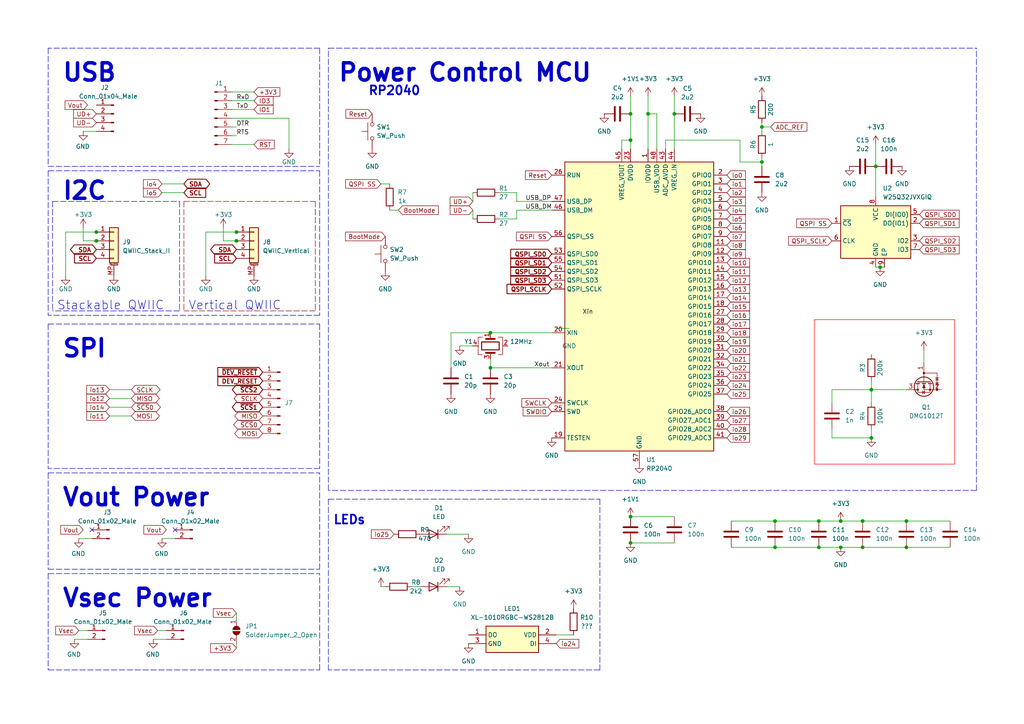
<source format=kicad_sch>
(kicad_sch (version 20211123) (generator eeschema)
  (paper "A4")
  (title_block (title "RP2040") (rev "0.2.1") (company "The Nerd Mage") (comment 2 "Massively a WIP!"))
  (lib_symbols
    (symbol "Connector:Conn_01x02_Male" (pin_names (offset 1.016) hide)
      (property "Reference" "J" (at 0 2.54 0))
      (property "Value" "Conn_01x02_Male" (at 0 -5.08 0))
      (symbol "Conn_01x02_Male_1_1"
        (pin passive line (at 5.08 0 180) (length 3.81) (name "Pin_1") (number "1"))
        (pin passive line (at 5.08 -2.54 180) (length 3.81) (name "Pin_2") (number "2"))
      )
    )
    (symbol "Connector:Conn_01x04_Male" (pin_names (offset 1.016) hide)
      (property "Reference" "J" (at 0 5.08 0))
      (property "Value" "Conn_01x04_Male" (at 0 -7.62 0))
      (symbol "Conn_01x04_Male_1_1"
        (pin passive line (at 5.08 2.54 180) (length 3.81) (name "Pin_1") (number "1"))
        (pin passive line (at 5.08 0 180) (length 3.81) (name "Pin_2") (number "2"))
        (pin passive line (at 5.08 -2.54 180) (length 3.81) (name "Pin_3") (number "3"))
        (pin passive line (at 5.08 -5.08 180) (length 3.81) (name "Pin_4") (number "4"))
      )
    )
    (symbol "Connector:Conn_01x07_Male" (pin_names (offset 1.016) hide)
      (property "Reference" "J" (at 0 10.16 0))
      (property "Value" "Conn_01x07_Male" (at 0 -10.16 0))
      (symbol "Conn_01x07_Male_1_1"
        (pin passive line (at 5.08 7.62 180) (length 3.81) (name "Pin_1") (number "1"))
        (pin passive line (at 5.08 5.08 180) (length 3.81) (name "Pin_2") (number "2"))
        (pin passive line (at 5.08 2.54 180) (length 3.81) (name "Pin_3") (number "3"))
        (pin passive line (at 5.08 0 180) (length 3.81) (name "Pin_4") (number "4"))
        (pin passive line (at 5.08 -2.54 180) (length 3.81) (name "Pin_5") (number "5"))
        (pin passive line (at 5.08 -5.08 180) (length 3.81) (name "Pin_6") (number "6"))
        (pin passive line (at 5.08 -7.62 180) (length 3.81) (name "Pin_7") (number "7"))
      )
    )
    (symbol "Connector:Conn_01x08_Male" (pin_names (offset 1.016) hide)
      (property "Reference" "J" (at 0 10.16 0))
      (property "Value" "Conn_01x08_Male" (at 0 -12.7 0))
      (symbol "Conn_01x08_Male_1_1"
        (pin passive line (at 5.08 7.62 180) (length 3.81) (name "Pin_1") (number "1"))
        (pin passive line (at 5.08 5.08 180) (length 3.81) (name "Pin_2") (number "2"))
        (pin passive line (at 5.08 2.54 180) (length 3.81) (name "Pin_3") (number "3"))
        (pin passive line (at 5.08 0 180) (length 3.81) (name "Pin_4") (number "4"))
        (pin passive line (at 5.08 -2.54 180) (length 3.81) (name "Pin_5") (number "5"))
        (pin passive line (at 5.08 -5.08 180) (length 3.81) (name "Pin_6") (number "6"))
        (pin passive line (at 5.08 -7.62 180) (length 3.81) (name "Pin_7") (number "7"))
        (pin passive line (at 5.08 -10.16 180) (length 3.81) (name "Pin_8") (number "8"))
      )
    )
    (symbol "Connector_Generic_MountingPin:Conn_01x04_MountingPin" (pin_names (offset 1.016) hide)
      (property "Reference" "J" (at 0 5.08 0))
      (property "Value" "Conn_01x04_MountingPin" (at 1.27 -7.62 0))
      (symbol "Conn_01x04_MountingPin_1_1"
        (text "Mounting" (at 0 -6.731 0) (effects (font (size 0.381 0.381))))
        (pin passive line (at -5.08 2.54 0) (length 3.81) (name "Pin_1") (number "1"))
        (pin passive line (at -5.08 0 0) (length 3.81) (name "Pin_2") (number "2"))
        (pin passive line (at -5.08 -2.54 0) (length 3.81) (name "Pin_3") (number "3"))
        (pin passive line (at -5.08 -5.08 0) (length 3.81) (name "Pin_4") (number "4"))
        (pin passive line (at 0 -10.16 90) (length 3.048) (name "MountPin") (number "MP"))
      )
    )
    (symbol "Connector_QWIIC_Stackable:QWIIC_Stackable" (pin_names (offset 1.016) hide)
      (property "Reference" "J" (at 0 5.08 0))
      (property "Value" "QWIIC_Stackable" (at 1.27 -7.62 0))
      (symbol "QWIIC_Stackable_1_1"
        (text "Mounting" (at 0 -6.731 0) (effects (font (size 0.381 0.381))))
        (pin passive line (at -5.08 2.54 0) (length 3.81) (name "Pin_1") (number "1"))
        (pin passive line (at -5.08 0 0) (length 3.81) (name "Pin_2") (number "2"))
        (pin passive line (at -5.08 -2.54 0) (length 3.81) (name "Pin_3") (number "3"))
        (pin passive line (at -5.08 -5.08 0) (length 3.81) (name "Pin_4") (number "4"))
        (pin passive line (at 0 -10.16 90) (length 3.048) (name "MountPin") (number "MP"))
      )
    )
    (symbol "Device:C" (pin_numbers hide) (pin_names (offset 0.254))
      (property "Reference" "C" (at 0.635 2.54 0))
      (property "Value" "C" (at 0.635 -2.54 0))
      (symbol "C_1_1"
        (pin passive line (at 0 3.81 270) (length 2.794) (name "~") (number "1"))
        (pin passive line (at 0 -3.81 90) (length 2.794) (name "~") (number "2"))
      )
    )
    (symbol "Device:Crystal_GND24" (pin_names (offset 1.016) hide)
      (property "Reference" "Y" (at 3.175 5.08 0))
      (property "Value" "Crystal_GND24" (at 3.175 3.175 0))
      (symbol "Crystal_GND24_1_1"
        (pin passive line (at -3.81 0 0) (length 1.27) (name "1") (number "1"))
        (pin passive line (at 0 5.08 270) (length 1.27) (name "2") (number "2"))
        (pin passive line (at 3.81 0 180) (length 1.27) (name "3") (number "3"))
        (pin passive line (at 0 -5.08 90) (length 1.27) (name "4") (number "4"))
      )
    )
    (symbol "Device:LED" (pin_numbers hide) (pin_names (offset 1.016) hide)
      (property "Reference" "D" (at 0 2.54 0))
      (property "Value" "LED" (at 0 -2.54 0))
      (symbol "LED_1_1"
        (pin passive line (at -3.81 0 0) (length 2.54) (name "K") (number "1"))
        (pin passive line (at 3.81 0 180) (length 2.54) (name "A") (number "2"))
      )
    )
    (symbol "Device:R" (pin_numbers hide) (pin_names (offset 0))
      (property "Reference" "R" (at 2.032 0 90))
      (property "Value" "R" (at 0 0 90))
      (symbol "R_1_1"
        (pin passive line (at 0 3.81 270) (length 1.27) (name "~") (number "1"))
        (pin passive line (at 0 -3.81 90) (length 1.27) (name "~") (number "2"))
      )
    )
    (symbol "Jumper:SolderJumper_2_Open" (pin_names (offset 0) hide)
      (property "Reference" "JP" (at 0 2.032 0))
      (property "Value" "SolderJumper_2_Open" (at 0 -2.54 0))
      (symbol "SolderJumper_2_Open_1_1"
        (pin passive line (at -3.81 0 0) (length 2.54) (name "A") (number "1"))
        (pin passive line (at 3.81 0 180) (length 2.54) (name "B") (number "2"))
      )
    )
    (symbol "MCU_RaspberryPi:RP2040"
      (property "Reference" "U" (at 17.78 45.72 0))
      (property "Value" "RP2040" (at 17.78 43.18 0))
      (symbol "RP2040_1_1"
        (pin power_in line (at 2.54 45.72 270) (length 3.81) (name "IOVDD") (number "1"))
        (pin passive line (at 2.54 45.72 270) (length 3.81) hide (name "IOVDD") (number "10"))
        (pin bidirectional line (at 25.4 17.78 180) (length 3.81) (name "GPIO8") (number "11"))
        (pin bidirectional line (at 25.4 15.24 180) (length 3.81) (name "GPIO9") (number "12"))
        (pin bidirectional line (at 25.4 12.7 180) (length 3.81) (name "GPIO10") (number "13"))
        (pin bidirectional line (at 25.4 10.16 180) (length 3.81) (name "GPIO11") (number "14"))
        (pin bidirectional line (at 25.4 7.62 180) (length 3.81) (name "GPIO12") (number "15"))
        (pin bidirectional line (at 25.4 5.08 180) (length 3.81) (name "GPIO13") (number "16"))
        (pin bidirectional line (at 25.4 2.54 180) (length 3.81) (name "GPIO14") (number "17"))
        (pin bidirectional line (at 25.4 0 180) (length 3.81) (name "GPIO15") (number "18"))
        (pin input line (at -25.4 -38.1 0) (length 3.81) (name "TESTEN") (number "19"))
        (pin bidirectional line (at 25.4 38.1 180) (length 3.81) (name "GPIO0") (number "2"))
        (pin input line (at -25.4 -7.62 0) (length 3.81) (name "XIN") (number "20"))
        (pin passive line (at -25.4 -17.78 0) (length 3.81) (name "XOUT") (number "21"))
        (pin passive line (at 2.54 45.72 270) (length 3.81) hide (name "IOVDD") (number "22"))
        (pin power_in line (at -2.54 45.72 270) (length 3.81) (name "DVDD") (number "23"))
        (pin output line (at -25.4 -27.94 0) (length 3.81) (name "SWCLK") (number "24"))
        (pin bidirectional line (at -25.4 -30.48 0) (length 3.81) (name "SWD") (number "25"))
        (pin input line (at -25.4 38.1 0) (length 3.81) (name "RUN") (number "26"))
        (pin bidirectional line (at 25.4 -2.54 180) (length 3.81) (name "GPIO16") (number "27"))
        (pin bidirectional line (at 25.4 -5.08 180) (length 3.81) (name "GPIO17") (number "28"))
        (pin bidirectional line (at 25.4 -7.62 180) (length 3.81) (name "GPIO18") (number "29"))
        (pin bidirectional line (at 25.4 35.56 180) (length 3.81) (name "GPIO1") (number "3"))
        (pin bidirectional line (at 25.4 -10.16 180) (length 3.81) (name "GPIO19") (number "30"))
        (pin bidirectional line (at 25.4 -12.7 180) (length 3.81) (name "GPIO20") (number "31"))
        (pin bidirectional line (at 25.4 -15.24 180) (length 3.81) (name "GPIO21") (number "32"))
        (pin passive line (at 2.54 45.72 270) (length 3.81) hide (name "IOVDD") (number "33"))
        (pin bidirectional line (at 25.4 -17.78 180) (length 3.81) (name "GPIO22") (number "34"))
        (pin bidirectional line (at 25.4 -20.32 180) (length 3.81) (name "GPIO23") (number "35"))
        (pin bidirectional line (at 25.4 -22.86 180) (length 3.81) (name "GPIO24") (number "36"))
        (pin bidirectional line (at 25.4 -25.4 180) (length 3.81) (name "GPIO25") (number "37"))
        (pin bidirectional line (at 25.4 -30.48 180) (length 3.81) (name "GPIO26_ADC0") (number "38"))
        (pin bidirectional line (at 25.4 -33.02 180) (length 3.81) (name "GPIO27_ADC1") (number "39"))
        (pin bidirectional line (at 25.4 33.02 180) (length 3.81) (name "GPIO2") (number "4"))
        (pin bidirectional line (at 25.4 -35.56 180) (length 3.81) (name "GPIO28_ADC2") (number "40"))
        (pin bidirectional line (at 25.4 -38.1 180) (length 3.81) (name "GPIO29_ADC3") (number "41"))
        (pin passive line (at 2.54 45.72 270) (length 3.81) hide (name "IOVDD") (number "42"))
        (pin power_in line (at 7.62 45.72 270) (length 3.81) (name "ADC_AVDD") (number "43"))
        (pin power_in line (at 10.16 45.72 270) (length 3.81) (name "VREG_IN") (number "44"))
        (pin power_out line (at -5.08 45.72 270) (length 3.81) (name "VREG_VOUT") (number "45"))
        (pin bidirectional line (at -25.4 27.94 0) (length 3.81) (name "USB_DM") (number "46"))
        (pin bidirectional line (at -25.4 30.48 0) (length 3.81) (name "USB_DP") (number "47"))
        (pin power_in line (at 5.08 45.72 270) (length 3.81) (name "USB_VDD") (number "48"))
        (pin passive line (at 2.54 45.72 270) (length 3.81) hide (name "IOVDD") (number "49"))
        (pin bidirectional line (at 25.4 30.48 180) (length 3.81) (name "GPIO3") (number "5"))
        (pin passive line (at -2.54 45.72 270) (length 3.81) hide (name "DVDD") (number "50"))
        (pin bidirectional line (at -25.4 7.62 0) (length 3.81) (name "QSPI_SD3") (number "51"))
        (pin output line (at -25.4 5.08 0) (length 3.81) (name "QSPI_SCLK") (number "52"))
        (pin bidirectional line (at -25.4 15.24 0) (length 3.81) (name "QSPI_SD0") (number "53"))
        (pin bidirectional line (at -25.4 10.16 0) (length 3.81) (name "QSPI_SD2") (number "54"))
        (pin bidirectional line (at -25.4 12.7 0) (length 3.81) (name "QSPI_SD1") (number "55"))
        (pin bidirectional line (at -25.4 20.32 0) (length 3.81) (name "QSPI_SS") (number "56"))
        (pin power_in line (at 0 -45.72 90) (length 3.81) (name "GND") (number "57"))
        (pin bidirectional line (at 25.4 27.94 180) (length 3.81) (name "GPIO4") (number "6"))
        (pin bidirectional line (at 25.4 25.4 180) (length 3.81) (name "GPIO5") (number "7"))
        (pin bidirectional line (at 25.4 22.86 180) (length 3.81) (name "GPIO6") (number "8"))
        (pin bidirectional line (at 25.4 20.32 180) (length 3.81) (name "GPIO7") (number "9"))
      )
    )
    (symbol "Memory_Flash:W25Q32JVZP"
      (property "Reference" "U" (at -8.89 8.89 0))
      (property "Value" "W25Q32JVZP" (at 7.62 8.89 0))
      (symbol "W25Q32JVZP_1_1"
        (pin input line (at -12.7 2.54 0) (length 2.54) (name "~{CS}") (number "1"))
        (pin bidirectional line (at 12.7 2.54 180) (length 2.54) (name "DO(IO1)") (number "2"))
        (pin bidirectional line (at 12.7 -2.54 180) (length 2.54) (name "IO2") (number "3"))
        (pin power_in line (at 0 -10.16 90) (length 2.54) (name "GND") (number "4"))
        (pin bidirectional line (at 12.7 5.08 180) (length 2.54) (name "DI(IO0)") (number "5"))
        (pin input line (at -12.7 -2.54 0) (length 2.54) (name "CLK") (number "6"))
        (pin bidirectional line (at 12.7 -5.08 180) (length 2.54) (name "IO3") (number "7"))
        (pin power_in line (at 0 10.16 270) (length 2.54) (name "VCC") (number "8"))
        (pin passive line (at 2.54 -10.16 90) (length 2.54) (name "EP") (number "9"))
      )
    )
    (symbol "Switch:SW_Push" (pin_numbers hide) (pin_names (offset 1.016) hide)
      (property "Reference" "SW" (at 1.27 2.54 0))
      (property "Value" "SW_Push" (at 0 -1.524 0))
      (symbol "SW_Push_0_1"
        (pin passive line (at -5.08 0 0) (length 2.54) (name "1") (number "1"))
        (pin passive line (at 5.08 0 180) (length 2.54) (name "2") (number "2"))
      )
    )
    (symbol "Transistor_FET:DMG1012T" (pin_names (offset 0) hide)
      (property "Reference" "Q" (at 5.08 1.905 0))
      (property "Value" "DMG1012T" (at 5.08 0 0))
      (symbol "DMG1012T_1_1"
        (pin input line (at -5.08 0 0) (length 2.54) (name "G") (number "1"))
        (pin passive line (at 2.54 -5.08 90) (length 2.54) (name "S") (number "2"))
        (pin passive line (at 2.54 5.08 270) (length 2.54) (name "D") (number "3"))
      )
    )
    (symbol "XL-1010RGBC-WS2812B:XL-1010RGBC-WS2812B"
      (property "Value" "XL-1010RGBC-WS2812B" (at 0 0 0))
      (property "Reference_1" "LED" (at 21.59 7.62 0))
      (property "Value_1" "XL-1010RGBC-WS2812B" (at 21.59 5.08 0))
      (symbol "XL-1010RGBC-WS2812B_1_1"
        (pin passive line (at 0 0 0) (length 5.08) (name "DO") (number "1"))
        (pin passive line (at 25.4 0 180) (length 5.08) (name "VDD") (number "2"))
        (pin passive line (at 0 -2.54 0) (length 5.08) (name "GND") (number "3"))
        (pin passive line (at 25.4 -2.54 180) (length 5.08) (name "DI") (number "4"))
      )
    )
    (symbol "power:+1V1" (power) (pin_names (offset 0))
      (property "Value" "+1V1" (at 0 3.556 0))
      (symbol "+1V1_1_1"
        (pin power_in line (at 0 0 90) (length 0) hide (name "+1V1") (number "1"))
      )
    )
    (symbol "power:+3.3V" (power) (pin_names (offset 0))
      (property "Value" "+3.3V" (at 0 3.556 0))
      (symbol "+3.3V_1_1"
        (pin power_in line (at 0 0 90) (length 0) hide (name "+3V3") (number "1"))
      )
    )
    (symbol "power:+3V3" (power) (pin_names (offset 0))
      (property "Value" "+3V3" (at 0 3.556 0))
      (symbol "+3V3_1_1"
        (pin power_in line (at 0 0 90) (length 0) hide (name "+3V3") (number "1"))
      )
    )
    (symbol "power:GND" (power) (pin_names (offset 0))
      (property "Value" "GND" (at 0 -3.81 0))
      (symbol "GND_1_1"
        (pin power_in line (at 0 0 270) (length 0) hide (name "GND") (number "1"))
      )
    )
  )
  (junction (at 27.94 69.85))
  (junction (at 243.84 151.13))
  (junction (at 220.98 46.99))
  (junction (at 237.49 158.75))
  (junction (at 237.49 151.13))
  (junction (at 255.27 77.47))
  (junction (at 195.58 33.02))
  (junction (at 182.88 157.48))
  (junction (at 182.88 149.86))
  (junction (at 68.58 67.31))
  (junction (at 142.24 96.52))
  (junction (at 250.19 151.13))
  (junction (at 182.88 40.64))
  (junction (at 252.73 127))
  (junction (at 262.89 151.13))
  (junction (at 220.98 36.83))
  (junction (at 250.19 158.75))
  (junction (at 27.94 67.31))
  (junction (at 252.73 113.03))
  (junction (at 243.84 158.75))
  (junction (at 142.24 106.68))
  (junction (at 224.79 158.75))
  (junction (at 182.88 33.02))
  (junction (at 224.79 151.13))
  (junction (at 254 48.26))
  (junction (at 68.58 69.85))
  (junction (at 187.96 33.02))
  (junction (at 262.89 158.75))
  (no_connect (at 50.8 153.67))
  (no_connect (at 26.67 153.67))
  (wire (pts (xy 68.58 69.85) (xy 68.5251 69.8684)))
  (polyline (pts (xy 13.97 194.31) (xy 92.71 194.31)))
  (wire (pts (xy 237.49 151.13) (xy 243.84 151.13)))
  (wire (pts (xy 129.54 170.18) (xy 133.35 170.18)))
  (polyline (pts (xy 13.97 48.26) (xy 92.71 48.26)))
  (polyline (pts (xy 236.22 134.62) (xy 236.22 92.71)) (stroke (width 0) (type solid) (color 255 2 0 1)))
  (wire (pts (xy 220.98 35.56) (xy 220.98 36.83)))
  (wire (pts (xy 243.84 151.13) (xy 250.19 151.13)))
  (wire (pts (xy 27.94 69.85) (xy 24.13 69.85)))
  (polyline (pts (xy 52.07 58.42) (xy 52.07 90.17)))
  (wire (pts (xy 187.96 27.94) (xy 187.96 33.02)))
  (wire (pts (xy 67.31 36.83) (xy 68.58 36.83)))
  (polyline (pts (xy 95.25 144.78) (xy 173.99 144.78)))
  (wire (pts (xy 267.97 101.6) (xy 267.97 105.41)))
  (wire (pts (xy 27.94 69.85) (xy 27.8851 69.8684)))
  (wire (pts (xy 243.84 158.75) (xy 250.19 158.75)))
  (wire (pts (xy 137.16 60.96) (xy 137.16 63.5)))
  (polyline (pts (xy 95.25 144.78) (xy 95.25 194.31)))
  (wire (pts (xy 255.27 77.47) (xy 256.54 77.47)))
  (polyline (pts (xy 13.97 49.53) (xy 13.97 91.44)))
  (wire (pts (xy 252.73 113.03) (xy 252.73 110.49)))
  (wire (pts (xy 195.58 27.94) (xy 195.58 33.02)))
  (wire (pts (xy 64.77 69.85) (xy 64.77 66.04)))
  (wire (pts (xy 214.63 46.99) (xy 220.98 46.99)))
  (wire (pts (xy 161.29 184.15) (xy 166.37 184.15)))
  (polyline (pts (xy 91.44 90.17) (xy 53.34 90.17)) (stroke (width 0) (color 155 0 0 1)))
  (polyline (pts (xy 236.22 92.71) (xy 276.86 92.71)) (stroke (width 0) (type solid) (color 255 2 0 1)))
  (wire (pts (xy 27.94 67.31) (xy 19.05 67.31)))
  (polyline (pts (xy 92.71 91.44) (xy 13.97 91.44)))
  (wire (pts (xy 160.02 106.68) (xy 142.24 106.68)))
  (polyline (pts (xy 276.86 134.62) (xy 236.22 134.62)) (stroke (width 0) (type solid) (color 255 2 0 1)))
  (wire (pts (xy 68.58 177.8) (xy 68.58 179.07)))
  (wire (pts (xy 187.96 33.02) (xy 187.96 43.18)))
  (wire (pts (xy 220.98 36.83) (xy 220.98 38.1)))
  (wire (pts (xy 130.81 96.52) (xy 142.24 96.52)))
  (wire (pts (xy 182.88 33.02) (xy 182.88 40.64)))
  (wire (pts (xy 142.24 104.14) (xy 142.24 106.68)))
  (polyline (pts (xy 92.71 135.89) (xy 13.97 135.89)))
  (wire (pts (xy 83.82 34.29) (xy 67.31 34.29)))
  (wire (pts (xy 53.34 53.34) (xy 46.99 53.34)))
  (polyline (pts (xy 13.97 13.97) (xy 13.97 48.26)))
  (wire (pts (xy 195.58 33.02) (xy 195.58 43.18)))
  (wire (pts (xy 130.81 96.52) (xy 130.81 106.68)))
  (wire (pts (xy 195.58 149.86) (xy 182.88 149.86)))
  (wire (pts (xy 144.78 55.88) (xy 149.86 55.88)))
  (polyline (pts (xy 173.99 194.31) (xy 95.25 194.31)))
  (wire (pts (xy 241.3 113.03) (xy 252.73 113.03)))
  (wire (pts (xy 110.49 53.34) (xy 113.03 53.34)))
  (wire (pts (xy 83.82 43.18) (xy 83.82 34.29)))
  (wire (pts (xy 27.94 38.1) (xy 24.13 38.1)))
  (wire (pts (xy 24.13 69.85) (xy 24.13 66.04)))
  (wire (pts (xy 53.34 55.88) (xy 46.99 55.88)))
  (polyline (pts (xy 53.34 58.42) (xy 91.44 58.42)) (stroke (width 0) (color 155 0 0 1)))
  (wire (pts (xy 220.98 45.72) (xy 220.98 46.99)))
  (polyline (pts (xy 92.71 13.97) (xy 92.71 48.26)))
  (wire (pts (xy 190.5 43.18) (xy 190.5 33.02)))
  (wire (pts (xy 241.3 127) (xy 252.73 127)))
  (wire (pts (xy 212.09 158.75) (xy 224.79 158.75)))
  (polyline (pts (xy 13.97 165.1) (xy 92.71 165.1)))
  (wire (pts (xy 193.04 40.64) (xy 214.63 40.64)))
  (wire (pts (xy 182.88 40.64) (xy 182.88 43.18)))
  (wire (pts (xy 180.34 40.64) (xy 180.34 43.18)))
  (polyline (pts (xy 95.25 142.24) (xy 95.25 13.97)))
  (polyline (pts (xy 13.97 137.16) (xy 92.71 137.16)))
  (polyline (pts (xy 13.97 49.53) (xy 92.71 49.53)))
  (wire (pts (xy 254 77.47) (xy 255.27 77.47)))
  (wire (pts (xy 67.31 41.91) (xy 73.66 41.91)))
  (polyline (pts (xy 92.71 194.31) (xy 92.71 166.37)))
  (polyline (pts (xy 95.25 13.97) (xy 283.21 13.97)))
  (polyline (pts (xy 13.97 93.98) (xy 13.97 135.89)))
  (polyline (pts (xy 283.21 142.24) (xy 95.25 142.24)))
  (wire (pts (xy 133.35 100.33) (xy 137.16 100.33)))
  (wire (pts (xy 224.79 151.13) (xy 237.49 151.13)))
  (wire (pts (xy 67.31 29.21) (xy 73.66 29.21)))
  (polyline (pts (xy 91.44 58.42) (xy 91.44 90.17)) (stroke (width 0) (color 155 0 0 1)))
  (wire (pts (xy 26.67 156.21) (xy 22.86 156.21)))
  (wire (pts (xy 250.19 158.75) (xy 262.89 158.75)))
  (wire (pts (xy 31.75 120.65) (xy 38.1 120.65)))
  (wire (pts (xy 110.49 170.18) (xy 111.76 170.18)))
  (wire (pts (xy 262.89 158.75) (xy 275.59 158.75)))
  (wire (pts (xy 67.31 26.67) (xy 73.66 26.67)))
  (wire (pts (xy 149.86 58.42) (xy 160.02 58.42)))
  (wire (pts (xy 67.31 39.37) (xy 68.58 39.37)))
  (wire (pts (xy 67.31 31.75) (xy 73.66 31.75)))
  (wire (pts (xy 160.02 96.52) (xy 142.24 96.52)))
  (polyline (pts (xy 13.97 166.37) (xy 92.71 166.37)))
  (polyline (pts (xy 92.71 13.97) (xy 13.97 13.97)))
  (polyline (pts (xy 92.71 165.1) (xy 92.71 137.16)))
  (wire (pts (xy 193.04 40.64) (xy 193.04 43.18)))
  (wire (pts (xy 252.73 113.03) (xy 252.73 116.84)))
  (polyline (pts (xy 92.71 93.98) (xy 92.71 135.89)))
  (wire (pts (xy 129.54 154.94) (xy 135.89 154.94)))
  (wire (pts (xy 165.1 95.25) (xy 161.29 95.25)))
  (wire (pts (xy 224.79 158.75) (xy 237.49 158.75)))
  (wire (pts (xy 214.63 40.64) (xy 214.63 46.99)))
  (wire (pts (xy 254 41.91) (xy 254 48.26)))
  (wire (pts (xy 149.86 63.5) (xy 149.86 60.96)))
  (wire (pts (xy 254 48.26) (xy 254 57.15)))
  (wire (pts (xy 113.03 60.96) (xy 115.57 60.96)))
  (wire (pts (xy 220.98 36.83) (xy 223.52 36.83)))
  (wire (pts (xy 121.92 170.18) (xy 119.38 170.18)))
  (wire (pts (xy 252.73 127) (xy 252.73 124.46)))
  (wire (pts (xy 220.98 46.99) (xy 220.98 48.26)))
  (wire (pts (xy 45.72 182.88) (xy 48.26 182.88)))
  (polyline (pts (xy 92.71 49.53) (xy 92.71 91.44)))
  (wire (pts (xy 182.88 40.64) (xy 180.34 40.64)))
  (polyline (pts (xy 15.24 58.42) (xy 15.24 90.17)))
  (wire (pts (xy 68.58 67.31) (xy 68.5251 67.3284)))
  (wire (pts (xy 262.89 113.03) (xy 252.73 113.03)))
  (polyline (pts (xy 13.97 137.16) (xy 13.97 165.1)))
  (wire (pts (xy 182.88 27.94) (xy 182.88 33.02)))
  (wire (pts (xy 212.09 151.13) (xy 224.79 151.13)))
  (wire (pts (xy 19.05 67.31) (xy 19.05 80.01)))
  (polyline (pts (xy 13.97 93.98) (xy 92.71 93.98)))
  (wire (pts (xy 68.58 67.31) (xy 59.69 67.31)))
  (wire (pts (xy 68.58 186.69) (xy 68.58 187.96)))
  (wire (pts (xy 149.86 60.96) (xy 160.02 60.96)))
  (wire (pts (xy 68.58 69.85) (xy 64.77 69.85)))
  (wire (pts (xy 195.58 157.48) (xy 182.88 157.48)))
  (wire (pts (xy 31.75 113.03) (xy 38.1 113.03)))
  (wire (pts (xy 275.59 151.13) (xy 262.89 151.13)))
  (wire (pts (xy 190.5 33.02) (xy 187.96 33.02)))
  (polyline (pts (xy 173.99 144.78) (xy 173.99 194.31)))
  (polyline (pts (xy 15.24 58.42) (xy 52.07 58.42)))
  (wire (pts (xy 48.26 185.42) (xy 44.45 185.42)))
  (wire (pts (xy 250.19 151.13) (xy 262.89 151.13)))
  (wire (pts (xy 50.8 156.21) (xy 46.99 156.21)))
  (polyline (pts (xy 52.07 90.17) (xy 15.24 90.17)))
  (wire (pts (xy 27.94 67.31) (xy 27.8851 67.3284)))
  (wire (pts (xy 31.75 115.57) (xy 38.1 115.57)))
  (polyline (pts (xy 283.21 142.24) (xy 283.21 13.97)))
  (polyline (pts (xy 276.86 92.71) (xy 276.86 134.62)) (stroke (width 0) (type solid) (color 255 2 0 1)))
  (wire (pts (xy 149.86 55.88) (xy 149.86 58.42)))
  (wire (pts (xy 22.86 182.88) (xy 25.4 182.88)))
  (wire (pts (xy 31.75 118.11) (xy 38.1 118.11)))
  (wire (pts (xy 241.3 116.84) (xy 241.3 113.03)))
  (polyline (pts (xy 13.97 166.37) (xy 13.97 194.31)))
  (wire (pts (xy 25.4 185.42) (xy 21.59 185.42)))
  (wire (pts (xy 59.69 67.31) (xy 59.69 80.01)))
  (wire (pts (xy 137.16 55.88) (xy 137.16 58.42)))
  (wire (pts (xy 144.78 63.5) (xy 149.86 63.5)))
  (wire (pts (xy 241.3 124.46) (xy 241.3 127)))
  (wire (pts (xy 237.49 158.75) (xy 243.84 158.75)))
  (polyline (pts (xy 53.34 58.42) (xy 53.34 90.17)) (stroke (width 0) (color 155 0 0 1)))
  (text "Vout Power" (at 17.78 147.32 0) (effects (font (size 5 5) (thickness 1) bold) (justify left bottom)))
  (text "Stackable QWIIC" (at 16.51 90.17 0) (effects (font (size 2.54 2.54)) (justify left bottom)))
  (text "I2C" (at 17.78 58.42 0) (effects (font (size 5 5) (thickness 1) bold) (justify left bottom)))
  (text "RP2040" (at 106.68 27.94 180) (effects (font (size 2.54 2.54) (thickness 0.508) bold) (justify left bottom)))
  (text "USB" (at 17.78 24.13 0) (effects (font (size 5 5) (thickness 1) bold) (justify left bottom)))
  (text "Power Control MCU" (at 97.79 24.13 0) (effects (font (size 5 5) (thickness 1) bold) (justify left bottom)))
  (text "Vertical QWIIC" (at 54.61 90.17 0) (effects (font (size 2.54 2.54)) (justify left bottom)))
  (text "SPI" (at 17.78 104.14 0) (effects (font (size 5 5) (thickness 1) bold) (justify left bottom)))
  (text "Vsec Power" (at 17.78 176.53 0) (effects (font (size 5 5) (thickness 1) bold) (justify left bottom)))
  (text "LEDs" (at 96.52 152.4 180) (effects (font (size 2.54 2.54) (thickness 0.508) bold) (justify left bottom)))
  (label "RxD" (at 68.58 29.21 0))
  (label "USB_DP" (at 152.4 58.42 0))
  (label "Xout" (at 154.94 106.68 0))
  (label "USB_DM" (at 152.4 60.96 0))
  (label "RTS" (at 68.58 39.37 0))
  (label "TxD" (at 68.58 31.75 0))
  (label "DTR" (at 68.58 36.83 0))
  (label "Xin" (at 168.91 91.44 0))
  (global_label "io17" (shape input) (at 210.82 93.98 0) (property "Intersheet References" "${INTERSHEET_REFS}" (effects hide)))
  (global_label "io27" (shape input) (at 210.82 121.92 0) (property "Intersheet References" "${INTERSHEET_REFS}" (effects hide)))
  (global_label "QSPI_SD1" (shape input) (at 266.7 64.77 0) (property "Intersheet References" "${INTERSHEET_REFS}" (effects hide)))
  (global_label "QSPI_SD3" (shape input) (at 160.02 81.28 180) (effects (font (thickness 0.254) bold)) (property "Intersheet References" "${INTERSHEET_REFS}" (effects hide)))
  (global_label "QSPI_SD0" (shape input) (at 266.7 62.23 0) (property "Intersheet References" "${INTERSHEET_REFS}" (effects hide)))
  (global_label "MOSI" (shape bidirectional) (at 76.2 125.73 180) (property "Intersheet References" "${INTERSHEET_REFS}" (effects hide)))
  (global_label "DEV_RESET" (shape input) (at 76.2 110.49 180) (effects (font (thickness 0.254) bold)) (property "Intersheet References" "${INTERSHEET_REFS}" (effects hide)))
  (global_label "io5" (shape input) (at 210.82 63.5 0) (property "Intersheet References" "${INTERSHEET_REFS}" (effects hide)))
  (global_label "QSPI_SD2" (shape input) (at 160.02 78.74 180) (effects (font (thickness 0.254) bold)) (property "Intersheet References" "${INTERSHEET_REFS}" (effects hide)))
  (global_label "io7" (shape input) (at 210.82 68.58 0) (property "Intersheet References" "${INTERSHEET_REFS}" (effects hide)))
  (global_label "Vout" (shape input) (at 25.4 30.48 180) (property "Intersheet References" "${INTERSHEET_REFS}" (effects hide)))
  (global_label "io23" (shape input) (at 210.82 109.22 0) (property "Intersheet References" "${INTERSHEET_REFS}" (effects hide)))
  (global_label "SDA" (shape bidirectional) (at 68.58 72.39 180) (effects (font bold)) (property "Intersheet References" "${INTERSHEET_REFS}" (effects hide)))
  (global_label "io14" (shape input) (at 210.82 86.36 0) (property "Intersheet References" "${INTERSHEET_REFS}" (effects hide)))
  (global_label "io1" (shape input) (at 210.82 53.34 0) (property "Intersheet References" "${INTERSHEET_REFS}" (effects hide)))
  (global_label "io5" (shape input) (at 46.99 55.88 180) (property "Intersheet References" "${INTERSHEET_REFS}" (effects hide)))
  (global_label "SCLK" (shape bidirectional) (at 76.2 115.57 180) (property "Intersheet References" "${INTERSHEET_REFS}" (effects hide)))
  (global_label "Vout" (shape input) (at 24.13 153.67 180) (property "Intersheet References" "${INTERSHEET_REFS}" (effects hide)))
  (global_label "QSPI_SCLK" (shape input) (at 160.02 83.82 180) (effects (font (thickness 0.254) bold)) (property "Intersheet References" "${INTERSHEET_REFS}" (effects hide)))
  (global_label "io10" (shape input) (at 210.82 76.2 0) (property "Intersheet References" "${INTERSHEET_REFS}" (effects hide)))
  (global_label "io22" (shape input) (at 210.82 106.68 0) (property "Intersheet References" "${INTERSHEET_REFS}" (effects hide)))
  (global_label "io11" (shape input) (at 210.82 78.74 0) (property "Intersheet References" "${INTERSHEET_REFS}" (effects hide)))
  (global_label "~{SCS}0" (shape bidirectional) (at 38.1 118.11 0) (property "Intersheet References" "${INTERSHEET_REFS}" (effects hide)))
  (global_label "Vsec" (shape input) (at 22.86 182.88 180) (property "Intersheet References" "${INTERSHEET_REFS}" (effects hide)))
  (global_label "io29" (shape input) (at 210.82 127 0) (property "Intersheet References" "${INTERSHEET_REFS}" (effects hide)))
  (global_label "io24" (shape input) (at 161.29 186.69 0) (property "Intersheet References" "${INTERSHEET_REFS}" (effects hide)))
  (global_label "QSPI_SCLK" (shape input) (at 241.3 69.85 180) (property "Intersheet References" "${INTERSHEET_REFS}" (effects hide)))
  (global_label "io19" (shape input) (at 210.82 99.06 0) (property "Intersheet References" "${INTERSHEET_REFS}" (effects hide)))
  (global_label "~{SCS}1" (shape bidirectional) (at 76.2 118.11 180) (effects (font (thickness 0.254) bold)) (property "Intersheet References" "${INTERSHEET_REFS}" (effects hide)))
  (global_label "io16" (shape input) (at 210.82 91.44 0) (property "Intersheet References" "${INTERSHEET_REFS}" (effects hide)))
  (global_label "BootMode" (shape input) (at 115.57 60.96 0) (property "Intersheet References" "${INTERSHEET_REFS}" (effects hide)))
  (global_label "UD-" (shape input) (at 27.94 35.56 180) (property "Intersheet References" "${INTERSHEET_REFS}" (effects hide)))
  (global_label "Vout" (shape input) (at 48.26 153.67 180) (property "Intersheet References" "${INTERSHEET_REFS}" (effects hide)))
  (global_label "+3V3" (shape input) (at 68.58 187.96 180) (property "Intersheet References" "${INTERSHEET_REFS}" (effects hide)))
  (global_label "QSPI_SD0" (shape input) (at 160.02 73.66 180) (effects (font (thickness 0.254) bold)) (property "Intersheet References" "${INTERSHEET_REFS}" (effects hide)))
  (global_label "io8" (shape input) (at 210.82 71.12 0) (property "Intersheet References" "${INTERSHEET_REFS}" (effects hide)))
  (global_label "BootMode" (shape input) (at 111.76 68.58 180) (property "Intersheet References" "${INTERSHEET_REFS}" (effects hide)))
  (global_label "SCLK" (shape bidirectional) (at 38.1 113.03 0) (property "Intersheet References" "${INTERSHEET_REFS}" (effects hide)))
  (global_label "QSPI_SD3" (shape input) (at 266.7 72.39 0) (property "Intersheet References" "${INTERSHEET_REFS}" (effects hide)))
  (global_label "io9" (shape input) (at 210.82 73.66 0) (property "Intersheet References" "${INTERSHEET_REFS}" (effects hide)))
  (global_label "SWCLK" (shape input) (at 160.02 116.84 180) (property "Intersheet References" "${INTERSHEET_REFS}" (effects hide)))
  (global_label "io0" (shape input) (at 210.82 50.8 0) (property "Intersheet References" "${INTERSHEET_REFS}" (effects hide)))
  (global_label "io20" (shape input) (at 210.82 101.6 0) (property "Intersheet References" "${INTERSHEET_REFS}" (effects hide)))
  (global_label "io28" (shape input) (at 210.82 124.46 0) (property "Intersheet References" "${INTERSHEET_REFS}" (effects hide)))
  (global_label "Vsec" (shape input) (at 68.58 177.8 180) (property "Intersheet References" "${INTERSHEET_REFS}" (effects hide)))
  (global_label "io25" (shape input) (at 210.82 114.3 0) (property "Intersheet References" "${INTERSHEET_REFS}" (effects hide)))
  (global_label "QSPI SS" (shape input) (at 110.49 53.34 180) (property "Intersheet References" "${INTERSHEET_REFS}" (effects hide)))
  (global_label "UD-" (shape input) (at 137.16 60.96 180) (property "Intersheet References" "${INTERSHEET_REFS}" (effects hide)))
  (global_label "SDA" (shape bidirectional) (at 27.94 72.39 180) (effects (font bold)) (property "Intersheet References" "${INTERSHEET_REFS}" (effects hide)))
  (global_label "SCL" (shape input) (at 68.58 74.93 180) (effects (font (thickness 0.254) bold)) (property "Intersheet References" "${INTERSHEET_REFS}" (effects hide)))
  (global_label "SWDIO" (shape input) (at 160.02 119.38 180) (property "Intersheet References" "${INTERSHEET_REFS}" (effects hide)))
  (global_label "Reset" (shape input) (at 107.95 33.02 180) (property "Intersheet References" "${INTERSHEET_REFS}" (effects hide)))
  (global_label "io26" (shape input) (at 210.82 119.38 0) (property "Intersheet References" "${INTERSHEET_REFS}" (effects hide)))
  (global_label "io2" (shape input) (at 210.82 55.88 0) (property "Intersheet References" "${INTERSHEET_REFS}" (effects hide)))
  (global_label "+3V3" (shape input) (at 73.66 26.67 0) (property "Intersheet References" "${INTERSHEET_REFS}" (effects hide)))
  (global_label "io4" (shape input) (at 210.82 60.96 0) (property "Intersheet References" "${INTERSHEET_REFS}" (effects hide)))
  (global_label "SDA" (shape bidirectional) (at 53.34 53.34 0) (effects (font bold)) (property "Intersheet References" "${INTERSHEET_REFS}" (effects hide)))
  (global_label "io18" (shape input) (at 210.82 96.52 0) (property "Intersheet References" "${INTERSHEET_REFS}" (effects hide)))
  (global_label "io3" (shape input) (at 210.82 58.42 0) (property "Intersheet References" "${INTERSHEET_REFS}" (effects hide)))
  (global_label "QSPI_SD1" (shape input) (at 160.02 76.2 180) (effects (font (thickness 0.254) bold)) (property "Intersheet References" "${INTERSHEET_REFS}" (effects hide)))
  (global_label "MISO" (shape bidirectional) (at 38.1 115.57 0) (property "Intersheet References" "${INTERSHEET_REFS}" (effects hide)))
  (global_label "io12" (shape input) (at 31.75 115.57 180) (property "Intersheet References" "${INTERSHEET_REFS}" (effects hide)))
  (global_label "io14" (shape input) (at 31.75 118.11 180) (property "Intersheet References" "${INTERSHEET_REFS}" (effects hide)))
  (global_label "QSPI_SD2" (shape input) (at 266.7 69.85 0) (property "Intersheet References" "${INTERSHEET_REFS}" (effects hide)))
  (global_label "SCL" (shape input) (at 27.94 74.93 180) (effects (font (thickness 0.254) bold)) (property "Intersheet References" "${INTERSHEET_REFS}" (effects hide)))
  (global_label "ADC_REF" (shape input) (at 223.52 36.83 0) (property "Intersheet References" "${INTERSHEET_REFS}" (effects hide)))
  (global_label "QSPI SS" (shape input) (at 241.3 64.77 180) (property "Intersheet References" "${INTERSHEET_REFS}" (effects hide)))
  (global_label "io25" (shape input) (at 114.3 154.94 180) (property "Intersheet References" "${INTERSHEET_REFS}" (effects hide)))
  (global_label "MOSI" (shape bidirectional) (at 38.1 120.65 0) (property "Intersheet References" "${INTERSHEET_REFS}" (effects hide)))
  (global_label "IO3" (shape input) (at 73.66 29.21 0) (property "Intersheet References" "${INTERSHEET_REFS}" (effects hide)))
  (global_label "io11" (shape input) (at 31.75 120.65 180) (property "Intersheet References" "${INTERSHEET_REFS}" (effects hide)))
  (global_label "io4" (shape input) (at 46.99 53.34 180) (property "Intersheet References" "${INTERSHEET_REFS}" (effects hide)))
  (global_label "io21" (shape input) (at 210.82 104.14 0) (property "Intersheet References" "${INTERSHEET_REFS}" (effects hide)))
  (global_label "Reset" (shape input) (at 160.02 50.8 180) (property "Intersheet References" "${INTERSHEET_REFS}" (effects hide)))
  (global_label "io24" (shape input) (at 210.82 111.76 0) (property "Intersheet References" "${INTERSHEET_REFS}" (effects hide)))
  (global_label "QSPI SS" (shape input) (at 160.02 68.58 180) (property "Intersheet References" "${INTERSHEET_REFS}" (effects hide)))
  (global_label "~{SCS}2" (shape bidirectional) (at 76.2 113.03 180) (effects (font (thickness 0.254) bold)) (property "Intersheet References" "${INTERSHEET_REFS}" (effects hide)))
  (global_label "io12" (shape input) (at 210.82 81.28 0) (property "Intersheet References" "${INTERSHEET_REFS}" (effects hide)))
  (global_label "Vsec" (shape input) (at 45.72 182.88 180) (property "Intersheet References" "${INTERSHEET_REFS}" (effects hide)))
  (global_label "UD+" (shape input) (at 137.16 58.42 180) (property "Intersheet References" "${INTERSHEET_REFS}" (effects hide)))
  (global_label "SCL" (shape input) (at 53.34 55.88 0) (effects (font (thickness 0.254) bold)) (property "Intersheet References" "${INTERSHEET_REFS}" (effects hide)))
  (global_label "io6" (shape input) (at 210.82 66.04 0) (property "Intersheet References" "${INTERSHEET_REFS}" (effects hide)))
  (global_label "io15" (shape input) (at 210.82 88.9 0) (property "Intersheet References" "${INTERSHEET_REFS}" (effects hide)))
  (global_label "~{SCS}0" (shape bidirectional) (at 76.2 123.19 180) (property "Intersheet References" "${INTERSHEET_REFS}" (effects hide)))
  (global_label "io13" (shape input) (at 31.75 113.03 180) (property "Intersheet References" "${INTERSHEET_REFS}" (effects hide)))
  (global_label "RST" (shape input) (at 73.66 41.91 0) (property "Intersheet References" "${INTERSHEET_REFS}" (effects hide)))
  (global_label "~{DEV_RESET}" (shape input) (at 76.2 107.95 180) (effects (font (thickness 0.254) bold)) (property "Intersheet References" "${INTERSHEET_REFS}" (effects hide)))
  (global_label "IO1" (shape input) (at 73.66 31.75 0) (property "Intersheet References" "${INTERSHEET_REFS}" (effects hide)))
  (global_label "io13" (shape input) (at 210.82 83.82 0) (property "Intersheet References" "${INTERSHEET_REFS}" (effects hide)))
  (global_label "UD+" (shape input) (at 27.94 33.02 180) (property "Intersheet References" "${INTERSHEET_REFS}" (effects hide)))
  (global_label "MISO" (shape bidirectional) (at 76.2 120.65 180) (property "Intersheet References" "${INTERSHEET_REFS}" (effects hide)))
  (symbol (lib_id "power:GND") (at 261.62 48.26 0) (unit 1)
    (property "Reference" "#PWR0130" (effects hide))
    (property "Value" "GND" (at 261.62 53.34 0))
  )
  (symbol (lib_id "power:GND") (at 59.69 80.01 0) (unit 1)
    (property "Reference" "#PWR0109" (effects hide))
    (property "Value" "GND" (at 59.69 83.82 0))
  )
  (symbol (lib_id "power:+3V3") (at 187.96 27.94 0) (unit 1)
    (property "Reference" "#PWR0111" (effects hide))
    (property "Value" "+3V3" (at 187.96 22.86 0))
  )
  (symbol (lib_id "power:+3V3") (at 166.37 176.53 0) (unit 1)
    (property "Reference" "#PWR0117" (effects hide))
    (property "Value" "+3V3" (at 166.37 171.45 0))
  )
  (symbol (lib_id "Connector:Conn_01x07_Male") (at 62.23 34.29 0) (unit 1) (in_bom no) (on_board no)
    (property "Reference" "J1" (at 63.5 24.13 0))
    (property "Value" "Conn_01x07_Male" (effects hide))
    (property "Footprint" "Tinker:Board_Stacker_7" (effects hide))
    (property "Note" "Footprint only" (effects hide))
  )
  (symbol (lib_id "Device:R") (at 166.37 180.34 0) (unit 1)
    (property "Reference" "R10" (at 170.18 179.07 0))
    (property "Value" "???" (at 170.18 181.61 0))
    (property "Footprint" "Resistor_SMD:R_0402_1005Metric" (effects hide))
  )
  (symbol (lib_id "power:GND") (at 255.27 77.47 0) (unit 1)
    (property "Reference" "#PWR0132" (effects hide))
    (property "Value" "GND" (at 255.27 82.55 0))
  )
  (symbol (lib_id "Device:C") (at 212.09 154.94 0) (unit 1)
    (property "Reference" "C9" (at 215.9 153.6699 0) (effects (justify left)))
    (property "Value" "100n" (at 215.9 156.2099 0) (effects (justify left)))
    (property "Footprint" "Capacitor_SMD:C_0402_1005Metric" (effects hide))
  )
  (symbol (lib_id "Device:C") (at 224.79 154.94 0) (unit 1)
    (property "Reference" "C10" (at 228.6 153.6699 0) (effects (justify left)))
    (property "Value" "100n" (at 228.6 156.2099 0) (effects (justify left)))
    (property "Footprint" "Capacitor_SMD:C_0402_1005Metric" (effects hide))
  )
  (symbol (lib_id "power:+3V3") (at 254 41.91 0) (unit 1)
    (property "Reference" "#PWR0129" (effects hide))
    (property "Value" "+3V3" (at 254 36.83 0))
  )
  (symbol (lib_id "Device:C") (at 220.98 52.07 180) (unit 1)
    (property "Reference" "C8" (at 224.79 50.7999 0) (effects (justify right)))
    (property "Value" "2u2" (at 224.79 53.3399 0) (effects (justify right)))
    (property "Footprint" "Capacitor_SMD:C_0402_1005Metric" (effects hide))
  )
  (symbol (lib_id "power:GND") (at 160.02 127 0) (unit 1)
    (property "Reference" "#PWR0138" (effects hide))
    (property "Value" "GND" (at 160.02 132.08 0))
  )
  (symbol (lib_id "Device:C") (at 237.49 154.94 0) (unit 1)
    (property "Reference" "C11" (at 241.3 153.6699 0) (effects (justify left)))
    (property "Value" "100n" (at 241.3 156.2099 0) (effects (justify left)))
    (property "Footprint" "Capacitor_SMD:C_0402_1005Metric" (effects hide))
  )
  (symbol (lib_id "Device:R") (at 140.97 63.5 90) (unit 1)
    (property "Reference" "R2" (at 146.05 62.23 90))
    (property "Value" "27" (at 146.05 64.77 90))
    (property "Footprint" "Resistor_SMD:R_0402_1005Metric" (effects hide))
  )
  (symbol (lib_id "power:GND") (at 130.81 114.3 0) (unit 1)
    (property "Reference" "#PWR0136" (effects hide))
    (property "Value" "GND" (at 130.81 119.38 0))
  )
  (symbol (lib_id "Connector:Conn_01x02_Male") (at 31.75 153.67 0) (mirror y) (unit 1) (in_bom no)
    (property "Reference" "J3" (at 31.115 148.59 0))
    (property "Value" "Conn_01x02_Male" (at 31.115 151.13 0))
    (property "Footprint" "Tinker:Board_Stacker_2" (effects hide))
  )
  (symbol (lib_id "Device:R") (at 220.98 31.75 180) (unit 1)
    (property "Reference" "R5" (at 218.44 31.75 90))
    (property "Value" "200" (at 223.52 31.75 90))
    (property "Footprint" "Resistor_SMD:R_0402_1005Metric" (effects hide))
  )
  (symbol (lib_id "MCU_RaspberryPi:RP2040") (at 185.42 88.9 0) (unit 1)
    (property "Reference" "U1" (at 187.4394 133.35 0) (effects (justify left)))
    (property "Value" "RP2040" (at 187.4394 135.89 0) (effects (justify left)))
    (property "Footprint" "Package_DFN_QFN:QFN-56-1EP_7x7mm_P0.4mm_EP3.2x3.2mm" (effects hide))
    (property "Datasheet" "https://datasheets.raspberrypi.com/rp2040/rp2040-datasheet.pdf" (effects hide))
    (property "LCSC" "C2040" (effects hide))
  )
  (symbol (lib_id "power:+1V1") (at 182.88 149.86 0) (unit 1)
    (property "Reference" "#PWR0103" (effects hide))
    (property "Value" "+1V1" (at 182.88 144.78 0))
  )
  (symbol (lib_id "Device:C") (at 179.07 33.02 90) (unit 1)
    (property "Reference" "C4" (at 179.07 25.5752 90))
    (property "Value" "2u2" (at 179.07 28.1152 90))
    (property "Footprint" "Capacitor_SMD:C_0402_1005Metric" (effects hide))
  )
  (symbol (lib_id "power:GND") (at 220.98 55.88 0) (unit 1)
    (property "Reference" "#PWR0102" (effects hide))
    (property "Value" "GND" (at 220.98 60.96 0))
  )
  (symbol (lib_id "power:GND") (at 24.13 38.1 0) (mirror y) (unit 1)
    (property "Reference" "#PWR0106" (effects hide))
    (property "Value" "GND" (at 24.003 42.4942 0))
  )
  (symbol (lib_id "Connector_Generic_MountingPin:Conn_01x04_MountingPin") (at 73.66 69.85 0) (unit 1) (in_bom no) (on_board no)
    (property "Reference" "J8" (at 76.2 70.2055 0) (effects (justify left)))
    (property "Value" "QWIIC_Vertical" (at 76.2 72.7455 0) (effects (justify left)))
    (property "Footprint" "Tinker:QWIIC_Vertical" (effects hide))
    (property "LCSC" "C145961" (effects hide))
  )
  (symbol (lib_id "power:GND") (at 142.24 114.3 0) (unit 1)
    (property "Reference" "#PWR0134" (effects hide))
    (property "Value" "GND" (at 142.24 119.38 0))
  )
  (symbol (lib_id "Connector:Conn_01x08_Male") (at 81.28 115.57 0) (mirror y) (unit 1)
    (property "Reference" "J7" (at 82.55 116.8399 0) (effects (justify right)))
    (property "Value" "Conn_01x08_Male" (effects hide))
    (property "Footprint" "Tinker:PinHeader_2x04_P1.27mm_Vertical" (effects hide))
    (property "LCSC" "C2881786 + C2684732" (effects hide))
  )
  (symbol (lib_id "Device:R") (at 220.98 41.91 180) (unit 1)
    (property "Reference" "R6" (at 218.44 41.91 90))
    (property "Value" "1" (at 223.52 41.91 90))
    (property "Footprint" "Resistor_SMD:R_0402_1005Metric" (effects hide))
  )
  (symbol (lib_id "power:GND") (at 182.88 157.48 0) (unit 1)
    (property "Reference" "#PWR0127" (effects hide))
    (property "Value" "GND" (at 182.88 162.56 0))
  )
  (symbol (lib_id "power:+3V3") (at 243.84 151.13 0) (unit 1)
    (property "Reference" "#PWR0126" (effects hide))
    (property "Value" "+3V3" (at 243.84 146.05 0))
  )
  (symbol (lib_id "Device:C") (at 250.19 154.94 0) (unit 1)
    (property "Reference" "C12" (at 254 153.6699 0) (effects (justify left)))
    (property "Value" "100n" (at 254 156.2099 0) (effects (justify left)))
    (property "Footprint" "Capacitor_SMD:C_0402_1005Metric" (effects hide))
  )
  (symbol (lib_id "Device:LED") (at 125.73 154.94 180) (unit 1)
    (property "Reference" "D1" (at 127.3175 147.32 0))
    (property "Value" "LED" (at 127.3175 149.86 0))
    (property "Footprint" "LED_SMD:LED_0402_1005Metric" (effects hide))
  )
  (symbol (lib_id "power:+1V1") (at 182.88 27.94 0) (unit 1)
    (property "Reference" "#PWR0107" (effects hide))
    (property "Value" "+1V1" (at 182.88 22.86 0))
  )
  (symbol (lib_id "power:GND") (at 83.82 43.18 0) (unit 1)
    (property "Reference" "#PWR0139" (effects hide))
    (property "Value" "GND" (at 83.82 46.99 0))
  )
  (symbol (lib_id "Device:R") (at 113.03 57.15 0) (unit 1)
    (property "Reference" "R7" (at 116.6787 55.7553 0))
    (property "Value" "1k" (at 116.6787 58.2953 0))
    (property "Footprint" "Resistor_SMD:R_0402_1005Metric" (effects hide))
  )
  (symbol (lib_id "power:GND") (at 73.66 80.01 0) (unit 1)
    (property "Reference" "#PWR0110" (effects hide))
    (property "Value" "GND" (at 73.66 83.82 0))
  )
  (symbol (lib_id "Device:R") (at 140.97 55.88 90) (unit 1)
    (property "Reference" "R1" (at 146.05 54.61 90))
    (property "Value" "27" (at 146.05 57.15 90))
    (property "Footprint" "Resistor_SMD:R_0402_1005Metric" (effects hide))
  )
  (symbol (lib_id "power:GND") (at 22.86 156.21 0) (mirror y) (unit 1)
    (property "Reference" "#PWR0104" (effects hide))
    (property "Value" "GND" (at 22.733 160.6042 0))
  )
  (symbol (lib_id "Device:C") (at 182.88 153.67 0) (unit 1)
    (property "Reference" "C6" (at 186.69 152.3999 0) (effects (justify left)))
    (property "Value" "100n" (at 186.69 154.9399 0) (effects (justify left)))
    (property "Footprint" "Capacitor_SMD:C_0402_1005Metric" (effects hide))
  )
  (symbol (lib_id "Device:C") (at 250.19 48.26 90) (unit 1)
    (property "Reference" "C15" (at 250.19 40.64 90))
    (property "Value" "2u2" (at 250.19 43.18 90))
    (property "Footprint" "Capacitor_SMD:C_0402_1005Metric" (effects hide))
  )
  (symbol (lib_id "power:GND") (at 246.38 48.26 0) (unit 1)
    (property "Reference" "#PWR0131" (effects hide))
    (property "Value" "GND" (at 246.38 53.34 0))
  )
  (symbol (lib_id "power:GND") (at 133.35 100.33 0) (unit 1)
    (property "Reference" "#PWR0137" (effects hide))
    (property "Value" "GND" (at 133.35 105.41 0))
  )
  (symbol (lib_id "Device:R") (at 115.57 170.18 90) (unit 1)
    (property "Reference" "R8" (at 120.65 168.91 90))
    (property "Value" "2k2" (at 120.65 171.45 90))
    (property "Footprint" "Resistor_SMD:R_0402_1005Metric" (effects hide))
  )
  (symbol (lib_id "power:GND") (at 203.2 33.02 0) (unit 1)
    (property "Reference" "#PWR0114" (effects hide))
    (property "Value" "GND" (at 203.2 38.1 0))
  )
  (symbol (lib_id "Device:C") (at 262.89 154.94 0) (unit 1)
    (property "Reference" "C13" (at 266.7 153.6699 0) (effects (justify left)))
    (property "Value" "100n" (at 266.7 156.2099 0) (effects (justify left)))
    (property "Footprint" "Capacitor_SMD:C_0402_1005Metric" (effects hide))
  )
  (symbol (lib_id "power:GND") (at 243.84 158.75 0) (unit 1)
    (property "Reference" "#PWR0125" (effects hide))
    (property "Value" "GND" (at 243.84 163.83 0))
  )
  (symbol (lib_id "power:+3.3V") (at 24.13 66.04 0) (unit 1)
    (property "Reference" "#PWR0115" (effects hide))
    (property "Value" "+3.3V" (at 24.13 62.23 0))
  )
  (symbol (lib_id "Device:C") (at 142.24 110.49 0) (unit 1)
    (property "Reference" "C3" (at 146.05 109.2199 0) (effects (justify left)))
    (property "Value" "20p" (at 146.05 111.7599 0) (effects (justify left)))
    (property "Footprint" "Capacitor_SMD:C_0402_1005Metric" (effects hide))
    (property "LCSC" "C408549 (20pf C325469)" (effects hide))
  )
  (symbol (lib_id "power:GND") (at 252.73 127 0) (unit 1)
    (property "Reference" "#PWR0135" (effects hide))
    (property "Value" "GND" (at 252.73 132.08 0))
  )
  (symbol (lib_id "power:GND") (at 44.45 185.42 0) (mirror y) (unit 1)
    (property "Reference" "#PWR0101" (effects hide))
    (property "Value" "GND" (at 44.323 189.8142 0))
  )
  (symbol (lib_id "power:GND") (at 175.26 33.02 0) (unit 1)
    (property "Reference" "#PWR0108" (effects hide))
    (property "Value" "GND" (at 175.26 38.1 0))
  )
  (symbol (lib_id "Device:Crystal_GND24") (at 142.24 100.33 270) (unit 1)
    (property "Reference" "Y1" (at 135.89 99.06 90))
    (property "Value" "12MHz" (at 151.13 99.06 90))
    (property "Footprint" "Tinker:Crystal_SMD_2016-4Pin_2.0x1.6mm" (effects hide))
    (property "LCSC" "C2932954" (effects hide))
  )
  (symbol (lib_id "XL-1010RGBC-WS2812B:XL-1010RGBC-WS2812B") (at 135.89 184.15 0) (unit 1)
    (property "Reference" "LED1" (at 148.59 176.53 0))
    (property "Value" "XL-1010RGBC-WS2812B" (at 148.59 179.07 0))
    (property "Footprint" "Tinker:XL1010RGBCWS2812B" (effects hide))
    (property "Reference_1" "LED" (effects hide))
    (property "Value_1" "XL-1010RGBC-WS2812B" (effects hide))
    (property "Footprint_1" "XL1010RGBCWS2812B" (effects hide))
    (property "Datasheet_1" "https://datasheet.lcsc.com/lcsc/2301111010_XINGLIGHT-XL-1010RGBC-WS2812B_C5349953.pdf" (effects hide))
    (property "Height" "0.8" (effects hide))
    (property "Manufacturer_Name" "XINGLIGHT" (effects hide))
    (property "Manufacturer_Part_Number" "XL-1010RGBC-WS2812B" (effects hide))
    (property "LCSC" "C5349953" (effects hide))
  )
  (symbol (lib_id "power:GND") (at 46.99 156.21 0) (mirror y) (unit 1)
    (property "Reference" "#PWR0121" (effects hide))
    (property "Value" "GND" (at 46.863 160.6042 0))
  )
  (symbol (lib_id "Device:C") (at 199.39 33.02 90) (unit 1)
    (property "Reference" "C5" (at 199.39 25.6667 90))
    (property "Value" "2u2" (at 199.39 28.2067 90))
    (property "Footprint" "Capacitor_SMD:C_0402_1005Metric" (effects hide))
  )
  (symbol (lib_id "power:GND") (at 135.89 154.94 0) (unit 1)
    (property "Reference" "#PWR0128" (effects hide))
    (property "Value" "GND" (at 135.89 160.02 0))
  )
  (symbol (lib_id "Device:C") (at 195.58 153.67 0) (unit 1)
    (property "Reference" "C7" (at 199.39 152.3999 0) (effects (justify left)))
    (property "Value" "100n" (at 199.39 154.9399 0) (effects (justify left)))
    (property "Footprint" "Capacitor_SMD:C_0402_1005Metric" (effects hide))
  )
  (symbol (lib_id "power:GND") (at 21.59 185.42 0) (mirror y) (unit 1)
    (property "Reference" "#PWR0120" (effects hide))
    (property "Value" "GND" (at 21.463 189.8142 0))
  )
  (symbol (lib_id "power:+3V3") (at 110.49 170.18 0) (unit 1)
    (property "Reference" "#PWR0122" (effects hide))
    (property "Value" "+3V3" (at 110.49 165.1 0))
  )
  (symbol (lib_id "Switch:SW_Push") (at 111.76 73.66 90) (unit 1)
    (property "Reference" "SW2" (at 113.03 72.3899 90) (effects (justify right)))
    (property "Value" "SW_Push" (at 113.03 74.9299 90) (effects (justify right)))
    (property "Footprint" "Tinker:SW_Push_TS273014TP" (effects hide))
    (property "LCSC" "C2858276" (effects hide))
  )
  (symbol (lib_id "power:GND") (at 165.1 95.25 0) (unit 1)
    (property "Reference" "#PWR0140" (effects hide))
    (property "Value" "GND" (at 165.1 100.33 0))
  )
  (symbol (lib_id "Device:C") (at 130.81 110.49 0) (unit 1)
    (property "Reference" "C1" (at 134.62 109.2199 0) (effects (justify left)))
    (property "Value" "20p" (at 134.62 111.7599 0) (effects (justify left)))
    (property "Footprint" "Capacitor_SMD:C_0402_1005Metric" (effects hide))
    (property "LCSC" "C408549 (20pf C325469)" (effects hide))
  )
  (symbol (lib_id "Device:C") (at 275.59 154.94 0) (unit 1)
    (property "Reference" "C14" (at 279.4 153.6699 0) (effects (justify left)))
    (property "Value" "100n" (at 279.4 156.2099 0) (effects (justify left)))
    (property "Footprint" "Capacitor_SMD:C_0402_1005Metric" (effects hide))
  )
  (symbol (lib_id "Switch:SW_Push") (at 107.95 38.1 90) (unit 1)
    (property "Reference" "SW1" (at 109.22 36.8299 90) (effects (justify right)))
    (property "Value" "SW_Push" (at 109.22 39.3699 90) (effects (justify right)))
    (property "Footprint" "Tinker:SW_Push_TS273014TP" (effects hide))
    (property "LCSC" "C2858276" (effects hide))
  )
  (symbol (lib_id "Jumper:SolderJumper_2_Open") (at 68.58 182.88 270) (unit 1) (in_bom no)
    (property "Reference" "JP1" (at 71.12 181.6099 90) (effects (justify left)))
    (property "Value" "SolderJumper_2_Open" (at 71.12 184.1499 90) (effects (justify left)))
    (property "Footprint" "Tinker:SolderJumper-2_P_Open_Rounded_skinny" (effects hide))
  )
  (symbol (lib_id "Connector_QWIIC_Stackable:QWIIC_Stackable") (at 33.02 69.85 0) (unit 1)
    (property "Reference" "J9" (at 35.56 70.2055 0) (effects (justify left)))
    (property "Value" "QWIIC_Stack_II" (at 35.56 72.7455 0) (effects (justify left)))
    (property "Footprint" "Tinker:QWIIC_Stack_II" (effects hide))
    (property "LCSC" "C145956, C2881513, C2938401" (effects hide))
  )
  (symbol (lib_id "power:GND") (at 107.95 43.18 0) (unit 1)
    (property "Reference" "#PWR0141" (effects hide))
    (property "Value" "GND" (at 107.95 48.26 0))
  )
  (symbol (lib_id "power:+3V3") (at 195.58 27.94 0) (unit 1)
    (property "Reference" "#PWR0116" (effects hide))
    (property "Value" "+3V3" (at 195.58 22.86 0))
  )
  (symbol (lib_id "power:GND") (at 133.35 170.18 0) (unit 1)
    (property "Reference" "#PWR0119" (effects hide))
    (property "Value" "GND" (at 133.35 175.26 0))
  )
  (symbol (lib_id "Device:R") (at 118.11 154.94 90) (unit 1)
    (property "Reference" "R9" (at 123.19 153.67 90))
    (property "Value" "470" (at 123.19 156.21 90))
    (property "Footprint" "Resistor_SMD:R_0402_1005Metric" (effects hide))
  )
  (symbol (lib_id "power:GND") (at 111.76 78.74 0) (unit 1)
    (property "Reference" "#PWR0142" (effects hide))
    (property "Value" "GND" (at 111.76 83.82 0))
  )
  (symbol (lib_id "Connector:Conn_01x02_Male") (at 53.34 182.88 0) (mirror y) (unit 1) (in_bom no)
    (property "Reference" "J6" (at 52.07 177.8 0) (effects (justify right)))
    (property "Value" "Conn_01x02_Male" (at 44.45 180.34 0) (effects (justify right)))
    (property "Footprint" "Tinker:Board_Stacker_2" (effects hide))
  )
  (symbol (lib_id "Connector:Conn_01x04_Male") (at 33.02 33.02 0) (mirror y) (unit 1) (in_bom no)
    (property "Reference" "J2" (at 29.21 25.4 0) (effects (justify right)))
    (property "Value" "Conn_01x04_Male" (at 22.86 27.94 0) (effects (justify right)))
    (property "Footprint" "Tinker:Board_Stacker_4" (effects hide))
  )
  (symbol (lib_id "power:+3V3") (at 267.97 101.6 0) (unit 1)
    (property "Reference" "#PWR0133" (effects hide))
    (property "Value" "+3V3" (at 267.97 96.52 0))
  )
  (symbol (lib_id "Device:C") (at 241.3 120.65 0) (unit 1) (in_bom no) (on_board no)
    (property "Reference" "C2" (at 245.11 119.3799 0) (effects (justify left)))
    (property "Value" "1n" (at 245.11 121.9199 0) (effects (justify left)))
    (property "Footprint" "Capacitor_SMD:C_0402_1005Metric" (effects hide))
  )
  (symbol (lib_id "Memory_Flash:W25Q32JVZP") (at 254 67.31 0) (unit 1)
    (property "Reference" "U2" (at 256.0194 54.61 0) (effects (justify left)))
    (property "Value" "W25Q32JVXGIQ" (at 256.0194 57.15 0) (effects (justify left)))
    (property "Footprint" "Tinker:SON80P400X400X50-9N" (effects hide))
    (property "Datasheet" "http://www.winbond.com/resource-files/w25q32jv%20revg%2003272018%20plus.pdf" (effects hide))
  )
  (symbol (lib_id "power:GND") (at 33.02 80.01 0) (unit 1)
    (property "Reference" "#PWR0123" (effects hide))
    (property "Value" "GND" (at 33.02 83.82 0))
  )
  (symbol (lib_id "power:+3.3V") (at 64.77 66.04 0) (unit 1)
    (property "Reference" "#PWR0113" (effects hide))
    (property "Value" "+3.3V" (at 64.77 62.23 0))
  )
  (symbol (lib_id "Device:C") (at 257.81 48.26 90) (unit 1)
    (property "Reference" "C16" (at 257.81 40.64 90))
    (property "Value" "100n" (at 257.81 43.18 90))
    (property "Footprint" "Capacitor_SMD:C_0402_1005Metric" (effects hide))
  )
  (symbol (lib_id "Device:R") (at 252.73 120.65 180) (unit 1) (in_bom no) (on_board no)
    (property "Reference" "R4" (at 250.19 120.65 90))
    (property "Value" "100k" (at 255.27 120.65 90))
    (property "Footprint" "Resistor_SMD:R_0402_1005Metric" (effects hide))
  )
  (symbol (lib_id "Connector:Conn_01x02_Male") (at 55.88 153.67 0) (mirror y) (unit 1) (in_bom no)
    (property "Reference" "J4" (at 55.245 148.59 0))
    (property "Value" "Conn_01x02_Male" (at 55.245 151.13 0))
    (property "Footprint" "Tinker:Board_Stacker_2" (effects hide))
  )
  (symbol (lib_id "power:+3V3") (at 220.98 27.94 0) (unit 1)
    (property "Reference" "#PWR0105" (effects hide))
    (property "Value" "+3V3" (at 220.98 22.86 0))
  )
  (symbol (lib_id "Device:R") (at 252.73 106.68 180) (unit 1) (in_bom no) (on_board no)
    (property "Reference" "R3" (at 250.19 106.68 90))
    (property "Value" "200k" (at 255.27 106.68 90))
    (property "Footprint" "Resistor_SMD:R_0402_1005Metric" (effects hide))
  )
  (symbol (lib_id "Device:LED") (at 125.73 170.18 180) (unit 1)
    (property "Reference" "D2" (at 127.3175 162.56 0))
    (property "Value" "LED" (at 127.3175 165.1 0))
    (property "Footprint" "LED_SMD:LED_0402_1005Metric" (effects hide))
  )
  (symbol (lib_id "power:GND") (at 135.89 186.69 0) (unit 1)
    (property "Reference" "#PWR0118" (effects hide))
    (property "Value" "GND" (at 135.89 191.77 0))
  )
  (symbol (lib_id "power:GND") (at 19.05 80.01 0) (unit 1)
    (property "Reference" "#PWR0124" (effects hide))
    (property "Value" "GND" (at 19.05 83.82 0))
  )
  (symbol (lib_id "power:GND") (at 185.42 134.62 0) (unit 1)
    (property "Reference" "#PWR0112" (effects hide))
    (property "Value" "GND" (at 185.42 139.7 0))
  )
  (symbol (lib_id "Connector:Conn_01x02_Male") (at 30.48 182.88 0) (mirror y) (unit 1) (in_bom no)
    (property "Reference" "J5" (at 29.845 177.8 0))
    (property "Value" "Conn_01x02_Male" (at 29.845 180.34 0))
    (property "Footprint" "Tinker:Board_Stacker_2" (effects hide))
  )
  (symbol (lib_id "Transistor_FET:DMG1012T") (at 267.97 110.49 90) (mirror x) (unit 1) (in_bom no) (on_board no)
    (property "Reference" "Q1" (at 268.6685 118.11 90))
    (property "Value" "DMG1012T" (at 268.6685 120.65 90))
    (property "Footprint" "Package_TO_SOT_SMD:SOT-523" (effects hide))
    (property "Datasheet" "https://www.diodes.com/assets/Datasheets/ds31783.pdf" (effects hide))
  )
)
</source>
